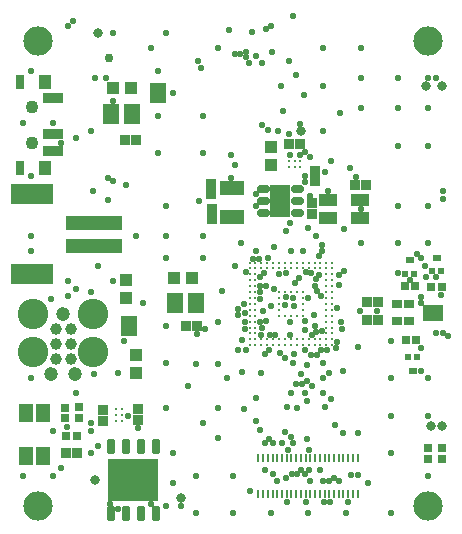
<source format=gbr>
G04 EAGLE Gerber RS-274X export*
G75*
%MOMM*%
%FSLAX34Y34*%
%LPD*%
%INSoldermask Top*%
%IPPOS*%
%AMOC8*
5,1,8,0,0,1.08239X$1,22.5*%
G01*
%ADD10C,2.489200*%
%ADD11R,1.353200X1.653200*%
%ADD12R,0.823200X0.823200*%
%ADD13R,0.903200X0.803200*%
%ADD14R,4.803200X1.203200*%
%ADD15R,3.603200X1.803200*%
%ADD16C,0.990600*%
%ADD17C,1.193800*%
%ADD18C,2.578100*%
%ADD19R,0.838200X1.473200*%
%ADD20R,1.473200X0.838200*%
%ADD21R,0.246381X0.787400*%
%ADD22R,1.003200X1.003200*%
%ADD23R,0.653200X0.553200*%
%ADD24R,0.553200X0.553200*%
%ADD25R,0.703200X0.703200*%
%ADD26R,1.253200X1.603200*%
%ADD27R,1.703200X0.903200*%
%ADD28R,0.803200X1.203200*%
%ADD29R,1.003200X1.203200*%
%ADD30C,1.103200*%
%ADD31C,0.803200*%
%ADD32C,0.304800*%
%ADD33C,0.325000*%
%ADD34R,1.803200X2.703200*%
%ADD35C,0.653200*%
%ADD36R,1.549400X1.016000*%
%ADD37R,2.108200X1.295400*%
%ADD38C,0.315166*%
%ADD39R,4.203200X3.603200*%
%ADD40C,0.558800*%
%ADD41C,0.756400*%


D10*
X25400Y25400D03*
X355600Y25400D03*
X355600Y419100D03*
X25400Y419100D03*
D11*
X105266Y357378D03*
X87266Y357378D03*
D12*
X159948Y177800D03*
X150948Y177800D03*
D11*
X159368Y196850D03*
X141368Y196850D03*
D12*
X108386Y334772D03*
X99386Y334772D03*
X58348Y70104D03*
X49348Y70104D03*
X302950Y296926D03*
X293950Y296926D03*
X257556Y272614D03*
X257556Y281614D03*
X172212Y289124D03*
X172212Y298124D03*
X172466Y277042D03*
X172466Y268042D03*
X80518Y106608D03*
X80518Y97608D03*
X109728Y107116D03*
X109728Y98116D03*
X259842Y300046D03*
X259842Y309046D03*
X237816Y331724D03*
X246816Y331724D03*
X304364Y183134D03*
X313364Y183134D03*
X304364Y197612D03*
X313364Y197612D03*
D13*
X329264Y181976D03*
X329264Y195976D03*
X339264Y181976D03*
X339264Y195976D03*
D14*
X72560Y245270D03*
X72560Y265270D03*
D15*
X20560Y221270D03*
X20560Y289270D03*
D16*
X40386Y175006D03*
X40386Y162306D03*
X40386Y149606D03*
X53086Y149606D03*
X53086Y162306D03*
X53086Y175006D03*
D17*
X46736Y187706D03*
X56886Y136906D03*
X36586Y136906D03*
D18*
X72136Y187706D03*
X72136Y155956D03*
X21336Y155956D03*
X21336Y187706D03*
D19*
X355600Y188722D03*
X363728Y188722D03*
D20*
X102108Y173482D03*
X102108Y181610D03*
X127254Y371094D03*
X127254Y379222D03*
D21*
X252006Y35433D03*
X248006Y35433D03*
X244006Y35433D03*
X240006Y35433D03*
X236006Y35433D03*
X232006Y35433D03*
X228006Y35433D03*
X224006Y35433D03*
X220006Y35433D03*
X216006Y35433D03*
X212006Y35433D03*
X296006Y35433D03*
X292006Y35433D03*
X288006Y35433D03*
X284006Y35433D03*
X280006Y35433D03*
X276006Y35433D03*
X272006Y35433D03*
X268006Y35433D03*
X264006Y35433D03*
X260006Y35433D03*
X256006Y35433D03*
X248006Y66167D03*
X244006Y66167D03*
X240006Y66167D03*
X236006Y66167D03*
X232006Y66167D03*
X228006Y66167D03*
X224006Y66167D03*
X220006Y66167D03*
X216006Y66167D03*
X212006Y66167D03*
X296006Y66167D03*
X292006Y66167D03*
X288006Y66167D03*
X284006Y66167D03*
X280006Y66167D03*
X276006Y66167D03*
X272006Y66167D03*
X268006Y66167D03*
X264006Y66167D03*
X260006Y66167D03*
X256006Y66167D03*
X252006Y66167D03*
D22*
X155836Y217932D03*
X140836Y217932D03*
D23*
X362966Y235620D03*
D24*
X358966Y224120D03*
X366966Y224120D03*
D23*
X342646Y139792D03*
D24*
X346646Y151292D03*
X338646Y151292D03*
D23*
X340106Y233588D03*
D24*
X336106Y222088D03*
X344106Y222088D03*
D25*
X49094Y84836D03*
X58094Y84836D03*
X367538Y74350D03*
X367538Y65350D03*
X355854Y74350D03*
X355854Y65350D03*
X48260Y99640D03*
X48260Y108640D03*
X335860Y211328D03*
X344860Y211328D03*
X358466Y210820D03*
X367466Y210820D03*
X336622Y166116D03*
X345622Y166116D03*
X60198Y99894D03*
X60198Y108894D03*
D22*
X100076Y216542D03*
X100076Y201542D03*
X88766Y379222D03*
X103766Y379222D03*
X107950Y152788D03*
X107950Y137788D03*
X223012Y329318D03*
X223012Y314318D03*
D26*
X29856Y103598D03*
X29856Y67598D03*
X15356Y103598D03*
X15356Y67598D03*
D27*
X37820Y325480D03*
X37820Y340480D03*
X37820Y370480D03*
D28*
X10320Y311480D03*
D29*
X31320Y311480D03*
D28*
X10320Y384480D03*
D29*
X31320Y384480D03*
D30*
X20320Y332980D03*
X20320Y362980D03*
D31*
X367792Y381254D03*
X354076Y381254D03*
D32*
X239522Y226342D03*
X234522Y226342D03*
X229522Y226342D03*
X244522Y226342D03*
X249522Y226342D03*
X214522Y226342D03*
X209522Y226342D03*
X204522Y226342D03*
X219522Y226342D03*
X224522Y226342D03*
X264522Y226342D03*
X259522Y226342D03*
X254522Y226342D03*
X269522Y226342D03*
X274522Y226342D03*
X209522Y221342D03*
X204522Y221342D03*
X269522Y221342D03*
X274522Y221342D03*
X239522Y231367D03*
X234522Y231367D03*
X229522Y231367D03*
X244522Y231367D03*
X249522Y231367D03*
X214522Y231367D03*
X209522Y231367D03*
X204522Y231367D03*
X219522Y231367D03*
X224522Y231367D03*
X264522Y231367D03*
X259522Y231367D03*
X254522Y231367D03*
X269522Y231367D03*
X274522Y231367D03*
X209522Y216342D03*
X204522Y216342D03*
X269522Y216342D03*
X274522Y216342D03*
X209522Y211342D03*
X204522Y211342D03*
X269522Y211342D03*
X274522Y211342D03*
X239522Y206342D03*
X234522Y206342D03*
X229522Y206342D03*
X244522Y206342D03*
X249522Y206342D03*
X209522Y206342D03*
X204522Y206342D03*
X269522Y206342D03*
X274522Y206342D03*
X229522Y201342D03*
X249522Y201342D03*
X209522Y201342D03*
X204522Y201342D03*
X269522Y201342D03*
X274522Y201342D03*
X229522Y196342D03*
X249522Y196342D03*
X209522Y196342D03*
X204522Y196342D03*
X269522Y196342D03*
X274522Y196342D03*
X229522Y191342D03*
X249522Y191342D03*
X209522Y191342D03*
X204522Y191342D03*
X269522Y191342D03*
X274522Y191342D03*
X239522Y186342D03*
X234522Y186342D03*
X229522Y186342D03*
X244522Y186342D03*
X249522Y186342D03*
X209522Y186342D03*
X204522Y186342D03*
X269522Y186342D03*
X274522Y186342D03*
X209522Y181342D03*
X204522Y181342D03*
X269522Y181342D03*
X274522Y181342D03*
X209522Y176342D03*
X204522Y176342D03*
X269522Y176342D03*
X274522Y176342D03*
X209522Y171342D03*
X204522Y171342D03*
X269522Y171342D03*
X274522Y171342D03*
X239522Y166342D03*
X234522Y166342D03*
X229522Y166342D03*
X244522Y166342D03*
X249522Y166342D03*
X214522Y166342D03*
X209522Y166342D03*
X204522Y166342D03*
X219522Y166342D03*
X224522Y166342D03*
X264522Y166342D03*
X259522Y166342D03*
X254522Y166342D03*
X269522Y166342D03*
X274522Y166342D03*
X239522Y161342D03*
X234522Y161342D03*
X229522Y161342D03*
X244522Y161342D03*
X249522Y161342D03*
X214522Y161342D03*
X209522Y161342D03*
X204522Y161342D03*
X219522Y161342D03*
X224522Y161342D03*
X264522Y161342D03*
X259522Y161342D03*
X254522Y161342D03*
X269522Y161342D03*
X274522Y161342D03*
D33*
X96734Y107108D03*
X91734Y107108D03*
X96734Y102108D03*
X91734Y102108D03*
X96734Y97108D03*
X91734Y97108D03*
D34*
X230632Y283718D03*
D35*
X218132Y283718D02*
X214132Y283718D01*
X243132Y283718D02*
X247132Y283718D01*
X218132Y273718D02*
X214132Y273718D01*
X214132Y293718D02*
X218132Y293718D01*
X243132Y293718D02*
X247132Y293718D01*
X247132Y273718D02*
X243132Y273718D01*
D33*
X237570Y317460D03*
X237570Y312460D03*
X242570Y317460D03*
X242570Y312460D03*
X247570Y317460D03*
X247570Y312460D03*
D36*
X298323Y269360D03*
X298323Y284360D03*
X271145Y284360D03*
X271145Y269360D03*
D37*
X189484Y294640D03*
X189484Y270256D03*
D38*
X88762Y23180D02*
X88762Y13900D01*
X85482Y13900D01*
X85482Y23180D01*
X88762Y23180D01*
X88762Y16894D02*
X85482Y16894D01*
X85482Y19888D02*
X88762Y19888D01*
X88762Y22882D02*
X85482Y22882D01*
X101462Y23180D02*
X101462Y13900D01*
X98182Y13900D01*
X98182Y23180D01*
X101462Y23180D01*
X101462Y16894D02*
X98182Y16894D01*
X98182Y19888D02*
X101462Y19888D01*
X101462Y22882D02*
X98182Y22882D01*
X114162Y23180D02*
X114162Y13900D01*
X110882Y13900D01*
X110882Y23180D01*
X114162Y23180D01*
X114162Y16894D02*
X110882Y16894D01*
X110882Y19888D02*
X114162Y19888D01*
X114162Y22882D02*
X110882Y22882D01*
X126862Y23180D02*
X126862Y13900D01*
X123582Y13900D01*
X123582Y23180D01*
X126862Y23180D01*
X126862Y16894D02*
X123582Y16894D01*
X123582Y19888D02*
X126862Y19888D01*
X126862Y22882D02*
X123582Y22882D01*
X126862Y70800D02*
X126862Y80080D01*
X126862Y70800D02*
X123582Y70800D01*
X123582Y80080D01*
X126862Y80080D01*
X126862Y73794D02*
X123582Y73794D01*
X123582Y76788D02*
X126862Y76788D01*
X126862Y79782D02*
X123582Y79782D01*
X114162Y80080D02*
X114162Y70800D01*
X110882Y70800D01*
X110882Y80080D01*
X114162Y80080D01*
X114162Y73794D02*
X110882Y73794D01*
X110882Y76788D02*
X114162Y76788D01*
X114162Y79782D02*
X110882Y79782D01*
X101462Y80080D02*
X101462Y70800D01*
X98182Y70800D01*
X98182Y80080D01*
X101462Y80080D01*
X101462Y73794D02*
X98182Y73794D01*
X98182Y76788D02*
X101462Y76788D01*
X101462Y79782D02*
X98182Y79782D01*
X88762Y80080D02*
X88762Y70800D01*
X85482Y70800D01*
X85482Y80080D01*
X88762Y80080D01*
X88762Y73794D02*
X85482Y73794D01*
X85482Y76788D02*
X88762Y76788D01*
X88762Y79782D02*
X85482Y79782D01*
D39*
X106172Y46990D03*
D31*
X76200Y425450D03*
X146050Y31750D03*
X247650Y342900D03*
X73660Y47244D03*
X358140Y92710D03*
X367284Y92964D03*
D40*
X133350Y25146D03*
X109728Y91186D03*
X88900Y368300D03*
X70430Y342900D03*
X228600Y342900D03*
X204470Y38100D03*
X209550Y279400D03*
X161544Y283464D03*
X271145Y291846D03*
X241300Y201168D03*
X234696Y195072D03*
X312166Y190754D03*
X330200Y222250D03*
X294386Y304038D03*
X298450Y276606D03*
X225044Y209042D03*
X186690Y427990D03*
X133350Y425450D03*
X251460Y182118D03*
X76200Y228600D03*
X44450Y57150D03*
X99629Y296733D03*
X72136Y291592D03*
X84836Y284480D03*
X349250Y158750D03*
X353568Y218948D03*
X133350Y254000D03*
X165100Y254000D03*
X133350Y234950D03*
X165100Y234950D03*
X133350Y177800D03*
X133350Y146050D03*
X133350Y107950D03*
X152400Y127000D03*
X72644Y137160D03*
X70104Y206248D03*
X19050Y254000D03*
X133350Y279400D03*
X19050Y304800D03*
X12700Y349250D03*
X19050Y393700D03*
X88900Y425450D03*
X120650Y412750D03*
X127000Y393700D03*
X127000Y355600D03*
X127000Y323850D03*
X165100Y323850D03*
X165100Y355600D03*
X177800Y412750D03*
X266700Y412750D03*
X298450Y412750D03*
X298450Y387350D03*
X298450Y361950D03*
X330200Y387350D03*
X330200Y361950D03*
X355600Y361950D03*
X355600Y330200D03*
X330200Y330200D03*
X330200Y279400D03*
X355600Y279400D03*
X330200Y247650D03*
X355600Y247650D03*
X298450Y247650D03*
X260350Y254000D03*
X254000Y260350D03*
X209550Y241300D03*
X241808Y194310D03*
X215900Y190500D03*
X214376Y138176D03*
X198120Y138684D03*
X266700Y146050D03*
X266700Y133350D03*
X248412Y136652D03*
X323850Y101600D03*
X323850Y69850D03*
X323850Y133350D03*
X323850Y165100D03*
X355600Y133350D03*
X355600Y101600D03*
X355600Y50800D03*
X323850Y19050D03*
X285750Y19050D03*
X254000Y19050D03*
X222250Y19050D03*
X190500Y19050D03*
X158750Y19050D03*
X158750Y50800D03*
X190500Y50800D03*
X304800Y44450D03*
X227584Y46228D03*
X251968Y28956D03*
X139700Y44450D03*
X139700Y69850D03*
X69850Y69850D03*
X69850Y88900D03*
X38100Y88900D03*
X38100Y50800D03*
X12700Y50800D03*
X19050Y133350D03*
X57150Y120650D03*
X19050Y241300D03*
X107950Y254000D03*
X114300Y196850D03*
X200152Y107696D03*
X266700Y120650D03*
X241300Y146050D03*
X361950Y171450D03*
X165100Y95250D03*
X177800Y107950D03*
X177800Y82550D03*
X266700Y342900D03*
X266700Y381000D03*
X196850Y247650D03*
X209550Y406400D03*
X239014Y322421D03*
X259620Y211868D03*
X234950Y257810D03*
X239014Y264668D03*
X234950Y202024D03*
X160020Y170942D03*
X214884Y176276D03*
X241300Y440182D03*
X243840Y390144D03*
X239776Y241300D03*
X69850Y95250D03*
X76200Y76200D03*
X213614Y206248D03*
X194310Y186944D03*
X194310Y157734D03*
X236728Y72644D03*
X50800Y203200D03*
X218122Y429208D03*
X50546Y431800D03*
X234950Y222250D03*
X57150Y209296D03*
X55372Y435864D03*
X222250Y431546D03*
X229108Y222048D03*
X220296Y343232D03*
X355600Y387350D03*
X222250Y194564D03*
X220218Y235458D03*
X201422Y405130D03*
X361950Y387350D03*
X200914Y188468D03*
X218186Y211836D03*
X192024Y228092D03*
X215138Y348234D03*
X214630Y400558D03*
X277876Y158750D03*
X272542Y28956D03*
X261112Y172974D03*
X256794Y152908D03*
X244856Y107950D03*
X244856Y52070D03*
X278384Y164338D03*
X290576Y51816D03*
X265684Y173228D03*
X283210Y139954D03*
X273304Y115570D03*
X275844Y48768D03*
X214376Y170434D03*
X201422Y157480D03*
X220980Y81788D03*
X236474Y28956D03*
X224282Y78486D03*
X224282Y52070D03*
X210312Y116332D03*
X210312Y97536D03*
X255270Y46228D03*
X221488Y170180D03*
X248920Y128270D03*
X268224Y108966D03*
X271526Y46482D03*
X265176Y202946D03*
X368300Y171450D03*
X84836Y303276D03*
X209550Y289052D03*
X368300Y285496D03*
X361950Y218948D03*
X349250Y202597D03*
X372252Y168936D03*
X261874Y207264D03*
X368300Y292100D03*
X251792Y299596D03*
X88900Y300280D03*
X259842Y177546D03*
X295910Y51308D03*
X242062Y153924D03*
X254762Y55372D03*
X266446Y46228D03*
X251206Y174244D03*
X251206Y157226D03*
X257048Y127000D03*
X251460Y52070D03*
X235966Y108966D03*
X240284Y52324D03*
X261620Y152908D03*
X235458Y48768D03*
X257048Y169672D03*
X253492Y144780D03*
X253492Y130810D03*
X248158Y55372D03*
X264668Y157226D03*
X276606Y93980D03*
X283210Y87376D03*
X267716Y28956D03*
X269748Y157226D03*
X279908Y46228D03*
X233172Y359664D03*
X266192Y246126D03*
X284734Y259588D03*
X251968Y223012D03*
X268478Y307848D03*
X250698Y373634D03*
X249428Y241300D03*
X247142Y322834D03*
X247142Y348742D03*
X255270Y288036D03*
X255270Y320802D03*
X230886Y381000D03*
X260350Y217170D03*
X280924Y358394D03*
X237490Y401828D03*
X185674Y133858D03*
X231902Y78994D03*
X213614Y211328D03*
X213614Y89408D03*
X241554Y78994D03*
X218186Y181610D03*
X217932Y153924D03*
X200406Y181102D03*
X239268Y83312D03*
X217424Y78740D03*
X217424Y55372D03*
X199898Y196596D03*
X234188Y87630D03*
X221234Y157226D03*
X243586Y128778D03*
X251460Y120904D03*
X255016Y72644D03*
X226060Y170434D03*
X229870Y154940D03*
X238760Y170434D03*
X234442Y150622D03*
X252984Y114554D03*
X252984Y82296D03*
X295910Y159512D03*
X295910Y86868D03*
X213614Y181356D03*
X282702Y175514D03*
X271526Y137922D03*
X264414Y55372D03*
X200406Y175006D03*
X239776Y120904D03*
X340360Y216916D03*
X288036Y28448D03*
X266220Y241300D03*
X345948Y238252D03*
X256540Y222230D03*
X353060Y228600D03*
X349250Y139700D03*
X263144Y236728D03*
X349250Y234950D03*
X281940Y181356D03*
X225298Y244348D03*
X191770Y313944D03*
X191770Y407670D03*
X259080Y186944D03*
X242570Y214122D03*
X188468Y303022D03*
X196342Y407670D03*
X278638Y192786D03*
X280416Y212090D03*
X289560Y311404D03*
X223774Y409702D03*
X206502Y426974D03*
X246380Y218440D03*
X188468Y322072D03*
X201168Y409702D03*
X44704Y332740D03*
X82550Y387350D03*
X160782Y401833D03*
X73914Y387350D03*
X88900Y215900D03*
X57150Y336550D03*
X203708Y400558D03*
X197866Y166116D03*
X177546Y145796D03*
X158750Y145796D03*
X101346Y101854D03*
X93218Y137668D03*
X146050Y25400D03*
X97790Y165100D03*
D41*
X85598Y404622D03*
D40*
X163071Y396248D03*
X251460Y325120D03*
X251460Y304800D03*
X237998Y339852D03*
X263144Y220980D03*
X273050Y317500D03*
X212090Y234696D03*
X201168Y223774D03*
X216662Y222758D03*
X180848Y207010D03*
X207010Y234696D03*
X86614Y27178D03*
X213360Y219456D03*
X93218Y22352D03*
X213614Y200660D03*
X177546Y181356D03*
X120650Y26670D03*
X194310Y191770D03*
X166878Y175006D03*
X38100Y349250D03*
X139700Y374650D03*
X253871Y201068D03*
X298014Y190500D03*
X238506Y180763D03*
X50292Y91948D03*
X36068Y200152D03*
X50800Y215900D03*
X349250Y196850D03*
X366268Y204216D03*
X280162Y220726D03*
X284226Y224282D03*
M02*

</source>
